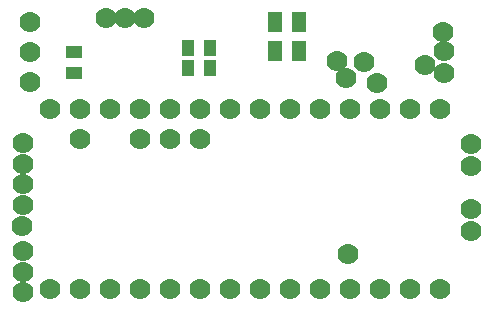
<source format=gbr>
%FSLAX35Y35*%
%MOIN*%
G04 EasyPC Gerber Version 18.0.8 Build 3632 *
%ADD74R,0.04150X0.05724*%
%ADD72R,0.04937X0.06906*%
%ADD73R,0.04937X0.07102*%
%ADD28C,0.07000*%
%ADD29C,0.07000*%
%ADD75R,0.05724X0.04150*%
X0Y0D02*
D02*
D28*
X4868Y26209D03*
X4993Y4244D03*
Y11108D03*
Y17972D03*
Y33323D03*
Y40437D03*
Y47051D03*
Y53791D03*
X7489Y74243D03*
Y84243D03*
Y94243D03*
X32699Y95724D03*
X39189D03*
X45304D03*
X109702Y81247D03*
X112947Y75756D03*
X113322Y17098D03*
X118938Y80998D03*
X123056Y74009D03*
X139156Y79999D03*
X145146Y90857D03*
X145396Y77254D03*
Y84617D03*
X154382Y24587D03*
Y31950D03*
Y46427D03*
Y53666D03*
D02*
D29*
X14043Y5169D03*
Y65169D03*
X24043Y5169D03*
Y55169D03*
Y65169D03*
X34043Y5169D03*
Y65169D03*
X44043Y5169D03*
Y55169D03*
Y65169D03*
X54043Y5169D03*
Y55169D03*
Y65169D03*
X64043Y5169D03*
Y55169D03*
Y65169D03*
X74043Y5169D03*
Y65169D03*
X84043Y5169D03*
Y65169D03*
X94043Y5169D03*
Y65169D03*
X104043Y5169D03*
Y65169D03*
X114043Y5169D03*
Y65169D03*
X124043Y5169D03*
Y65169D03*
X134043Y5169D03*
Y65169D03*
X144043Y5169D03*
Y65169D03*
D02*
D72*
X96972Y84492D03*
Y94335D03*
D02*
D73*
X89098Y84492D03*
Y94335D03*
D02*
D74*
X60231Y79001D03*
Y85615D03*
X67318Y79001D03*
Y85615D03*
D02*
D75*
X22091Y77330D03*
Y84416D03*
X0Y0D02*
M02*

</source>
